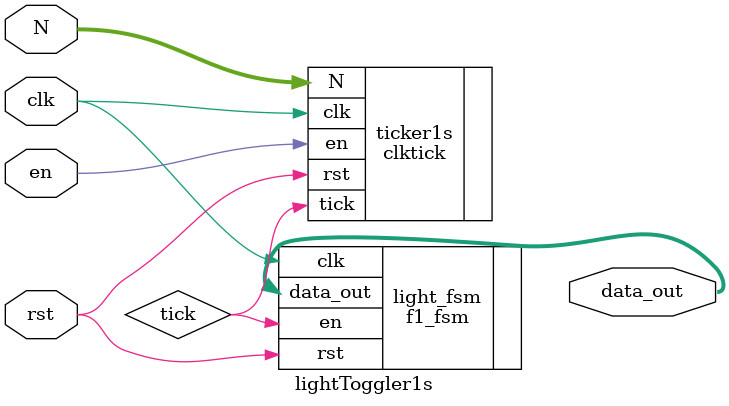
<source format=sv>
module lightToggler1s (
    input logic en,
    input logic rst,
    input logic clk,
    input logic[15:0] N,
    output logic[7:0] data_out
);

// intermediate signal, output of tick which goes to input of f1_fsm
logic tick;

clktick ticker1s (
    .rst (rst),
    .en (en),
    .clk (clk),
    .N (N),
    .tick (tick)
);

f1_fsm light_fsm (
    .rst (rst),
    .en (tick),
    .clk (clk),
    .data_out (data_out)
);

endmodule

</source>
